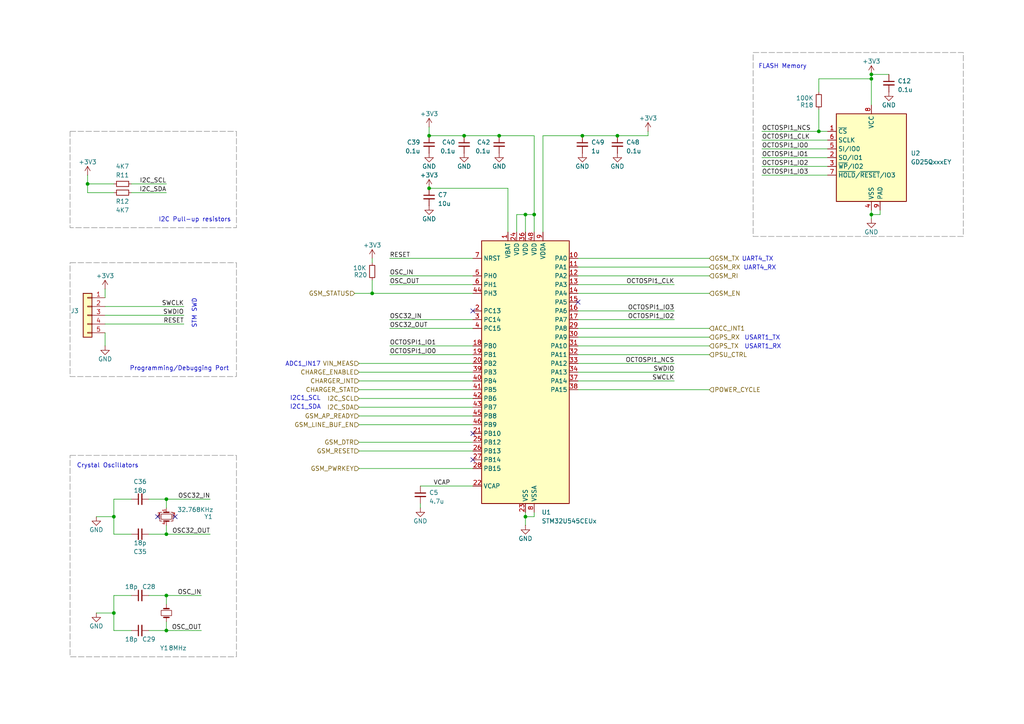
<source format=kicad_sch>
(kicad_sch (version 20250114) (generator "eeschema") (generator_version "9.0")
  (paper "A4")
  (lib_symbols
    (symbol "Connector_Generic:Conn_01x05" (pin_names (offset 1.016) (hide yes))
      (property "Reference" "J" (at 0 7.62 0))
      (property "Value" "Conn_01x05" (at 0 -7.62 0))
      (symbol "Conn_01x05_1_1"
        (rectangle (start -1.27 6.35) (end 1.27 -6.35) (stroke (width 0.254)) (fill (type background)))
        (rectangle (start -1.27 5.207) (end 0 4.953) (stroke (width 0.1524)))
        (rectangle (start -1.27 2.667) (end 0 2.413) (stroke (width 0.1524)))
        (rectangle (start -1.27 0.127) (end 0 -0.127) (stroke (width 0.1524)))
        (rectangle (start -1.27 -2.413) (end 0 -2.667) (stroke (width 0.1524)))
        (rectangle (start -1.27 -4.953) (end 0 -5.207) (stroke (width 0.1524)))
        (pin passive line (at -5.08 5.08 0) (length 3.81) (name "Pin_1") (number "1"))
        (pin passive line (at -5.08 2.54 0) (length 3.81) (name "Pin_2") (number "2"))
        (pin passive line (at -5.08 0 0) (length 3.81) (name "Pin_3") (number "3"))
        (pin passive line (at -5.08 -2.54 0) (length 3.81) (name "Pin_4") (number "4"))
        (pin passive line (at -5.08 -5.08 0) (length 3.81) (name "Pin_5") (number "5"))
      )
    )
    (symbol "Device:C_Small" (pin_numbers (hide yes)) (pin_names (offset 0.254) (hide yes))
      (property "Reference" "C" (at 0.254 1.778 0))
      (property "Value" "C_Small" (at 0.254 -2.032 0))
      (symbol "C_Small_0_1"
        (polyline (pts (xy -1.524 0.508) (xy 1.524 0.508)) (stroke (width 0.3048)))
        (polyline (pts (xy -1.524 -0.508) (xy 1.524 -0.508)) (stroke (width 0.3302)))
      )
      (symbol "C_Small_1_1"
        (pin passive line (at 0 2.54 270) (length 2.032) (name "~") (number "1"))
        (pin passive line (at 0 -2.54 90) (length 2.032) (name "~") (number "2"))
      )
    )
    (symbol "Device:Crystal_GND23_Small" (pin_names (offset 1.016) (hide yes))
      (property "Reference" "Y" (at 1.27 4.445 0))
      (property "Value" "Crystal_GND23_Small" (at 1.27 2.54 0))
      (symbol "Crystal_GND23_Small_0_1"
        (polyline (pts (xy -1.27 1.27) (xy -1.27 1.905) (xy 1.27 1.905) (xy 1.27 1.27)))
        (polyline (pts (xy -1.27 -0.762) (xy -1.27 0.762)) (stroke (width 0.381)))
        (polyline (pts (xy -1.27 -1.27) (xy -1.27 -1.905) (xy 1.27 -1.905) (xy 1.27 -1.27)))
        (rectangle (start -0.762 -1.524) (end 0.762 1.524))
        (polyline (pts (xy 1.27 -0.762) (xy 1.27 0.762)) (stroke (width 0.381)))
      )
      (symbol "Crystal_GND23_Small_1_1"
        (pin passive line (at -2.54 0 0) (length 1.27) (name "1") (number "1"))
        (pin passive line (at 0 2.54 270) (length 0.635) (name "3") (number "3"))
        (pin passive line (at 0 -2.54 90) (length 0.635) (name "2") (number "2"))
        (pin passive line (at 2.54 0 180) (length 1.27) (name "4") (number "4"))
      )
    )
    (symbol "Device:Crystal_Small" (pin_numbers (hide yes)) (pin_names (offset 1.016) (hide yes))
      (property "Reference" "Y" (at 0 2.54 0))
      (property "Value" "Crystal_Small" (at 0 -2.54 0))
      (symbol "Crystal_Small_0_1"
        (polyline (pts (xy -1.27 -0.762) (xy -1.27 0.762)) (stroke (width 0.381)))
        (rectangle (start -0.762 -1.524) (end 0.762 1.524))
        (polyline (pts (xy 1.27 -0.762) (xy 1.27 0.762)) (stroke (width 0.381)))
      )
      (symbol "Crystal_Small_1_1"
        (pin passive line (at -2.54 0 0) (length 1.27) (name "1") (number "1"))
        (pin passive line (at 2.54 0 180) (length 1.27) (name "2") (number "2"))
      )
    )
    (symbol "Device:R_Small" (pin_numbers (hide yes)) (pin_names (offset 0.254) (hide yes))
      (property "Reference" "R" (at 0 0 90))
      (property "Value" "R_Small" (at 1.778 0 90))
      (symbol "R_Small_0_1"
        (rectangle (start -0.762 1.778) (end 0.762 -1.778) (stroke (width 0.2032)))
      )
      (symbol "R_Small_1_1"
        (pin passive line (at 0 2.54 270) (length 0.762) (name "~") (number "1"))
        (pin passive line (at 0 -2.54 90) (length 0.762) (name "~") (number "2"))
      )
    )
    (symbol "MCU_ST_STM32U5:STM32U545CEUx"
      (property "Reference" "U" (at -12.7 39.37 0))
      (property "Value" "STM32U545CEUx" (at 7.62 39.37 0))
      (symbol "STM32U545CEUx_0_1"
        (rectangle (start -12.7 -38.1) (end 12.7 38.1) (stroke (width 0.254)) (fill (type background)))
      )
      (symbol "STM32U545CEUx_1_1"
        (pin input line (at -15.24 33.02 0) (length 2.54) (name "NRST") (number "7"))
        (pin bidirectional line (at -15.24 27.94 0) (length 2.54) (name "PH0") (number "5"))
        (pin bidirectional line (at -15.24 25.4 0) (length 2.54) (name "PH1") (number "6"))
        (pin bidirectional line (at -15.24 22.86 0) (length 2.54) (name "PH3") (number "44"))
        (pin bidirectional line (at -15.24 17.78 0) (length 2.54) (name "PC13") (number "2"))
        (pin bidirectional line (at -15.24 15.24 0) (length 2.54) (name "PC14") (number "3"))
        (pin bidirectional line (at -15.24 12.7 0) (length 2.54) (name "PC15") (number "4"))
        (pin bidirectional line (at -15.24 7.62 0) (length 2.54) (name "PB0") (number "18"))
        (pin bidirectional line (at -15.24 5.08 0) (length 2.54) (name "PB1") (number "19"))
        (pin bidirectional line (at -15.24 2.54 0) (length 2.54) (name "PB2") (number "20"))
        (pin bidirectional line (at -15.24 0 0) (length 2.54) (name "PB3") (number "39"))
        (pin bidirectional line (at -15.24 -2.54 0) (length 2.54) (name "PB4") (number "40"))
        (pin bidirectional line (at -15.24 -5.08 0) (length 2.54) (name "PB5") (number "41"))
        (pin bidirectional line (at -15.24 -7.62 0) (length 2.54) (name "PB6") (number "42"))
        (pin bidirectional line (at -15.24 -10.16 0) (length 2.54) (name "PB7") (number "43"))
        (pin bidirectional line (at -15.24 -12.7 0) (length 2.54) (name "PB8") (number "45"))
        (pin bidirectional line (at -15.24 -15.24 0) (length 2.54) (name "PB9") (number "46"))
        (pin bidirectional line (at -15.24 -17.78 0) (length 2.54) (name "PB10") (number "21"))
        (pin bidirectional line (at -15.24 -20.32 0) (length 2.54) (name "PB12") (number "25"))
        (pin bidirectional line (at -15.24 -22.86 0) (length 2.54) (name "PB13") (number "26"))
        (pin bidirectional line (at -15.24 -25.4 0) (length 2.54) (name "PB14") (number "27"))
        (pin bidirectional line (at -15.24 -27.94 0) (length 2.54) (name "PB15") (number "28"))
        (pin power_out line (at -15.24 -33.02 0) (length 2.54) (name "VCAP") (number "22"))
        (pin power_in line (at -5.08 40.64 270) (length 2.54) (name "VBAT") (number "1"))
        (pin power_in line (at -2.54 40.64 270) (length 2.54) (name "VDD") (number "24"))
        (pin power_in line (at 0 40.64 270) (length 2.54) (name "VDD") (number "36"))
        (pin power_in line (at 0 -40.64 90) (length 2.54) (name "VSS") (number "23"))
        (pin passive line (at 0 -40.64 90) (length 2.54) (hide yes) (name "VSS") (number "35"))
        (pin passive line (at 0 -40.64 90) (length 2.54) (hide yes) (name "VSS") (number "47"))
        (pin passive line (at 0 -40.64 90) (length 2.54) (hide yes) (name "VSS") (number "49"))
        (pin power_in line (at 2.54 40.64 270) (length 2.54) (name "VDD") (number "48"))
        (pin power_in line (at 2.54 -40.64 90) (length 2.54) (name "VSSA") (number "8"))
        (pin power_in line (at 5.08 40.64 270) (length 2.54) (name "VDDA") (number "9"))
        (pin bidirectional line (at 15.24 33.02 180) (length 2.54) (name "PA0") (number "10"))
        (pin bidirectional line (at 15.24 30.48 180) (length 2.54) (name "PA1") (number "11"))
        (pin bidirectional line (at 15.24 27.94 180) (length 2.54) (name "PA2") (number "12"))
        (pin bidirectional line (at 15.24 25.4 180) (length 2.54) (name "PA3") (number "13"))
        (pin bidirectional line (at 15.24 22.86 180) (length 2.54) (name "PA4") (number "14"))
        (pin bidirectional line (at 15.24 20.32 180) (length 2.54) (name "PA5") (number "15"))
        (pin bidirectional line (at 15.24 17.78 180) (length 2.54) (name "PA6") (number "16"))
        (pin bidirectional line (at 15.24 15.24 180) (length 2.54) (name "PA7") (number "17"))
        (pin bidirectional line (at 15.24 12.7 180) (length 2.54) (name "PA8") (number "29"))
        (pin bidirectional line (at 15.24 10.16 180) (length 2.54) (name "PA9") (number "30"))
        (pin bidirectional line (at 15.24 7.62 180) (length 2.54) (name "PA10") (number "31"))
        (pin bidirectional line (at 15.24 5.08 180) (length 2.54) (name "PA11") (number "32"))
        (pin bidirectional line (at 15.24 2.54 180) (length 2.54) (name "PA12") (number "33"))
        (pin bidirectional line (at 15.24 0 180) (length 2.54) (name "PA13") (number "34"))
        (pin bidirectional line (at 15.24 -2.54 180) (length 2.54) (name "PA14") (number "37"))
        (pin bidirectional line (at 15.24 -5.08 180) (length 2.54) (name "PA15") (number "38"))
      )
    )
    (symbol "Memory_Flash:GD25QxxxEY"
      (property "Reference" "U" (at -9.398 13.97 0))
      (property "Value" "GD25QxxxEY" (at 7.112 13.97 0))
      (symbol "GD25QxxxEY_0_1"
        (rectangle (start -10.16 12.7) (end 10.16 -12.7) (stroke (width 0.254)) (fill (type background)))
      )
      (symbol "GD25QxxxEY_1_1"
        (pin input line (at -12.7 7.62 0) (length 2.54) (name "~{CS}") (number "1"))
        (pin input line (at -12.7 5.08 0) (length 2.54) (name "SCLK") (number "6"))
        (pin bidirectional line (at -12.7 2.54 0) (length 2.54) (name "SI/IO0") (number "5"))
        (pin bidirectional line (at -12.7 0 0) (length 2.54) (name "SO/IO1") (number "2"))
        (pin bidirectional line (at -12.7 -2.54 0) (length 2.54) (name "~{WP}/IO2") (number "3"))
        (pin bidirectional line (at -12.7 -5.08 0) (length 2.54) (name "~{HOLD}/~{RESET}/IO3") (number "7"))
        (pin power_in line (at 0 15.24 270) (length 2.54) (name "VCC") (number "8"))
        (pin power_in line (at 0 -15.24 90) (length 2.54) (name "VSS") (number "4"))
        (pin passive line (at 2.54 -15.24 90) (length 2.54) (name "PAD") (number "9"))
      )
    )
    (symbol "power:+3.3V" (power) (pin_numbers (hide yes)) (pin_names (offset 0) (hide yes))
      (property "Value" "+3.3V" (at 0 3.556 0))
      (symbol "+3.3V_0_1"
        (polyline (pts (xy -0.762 1.27) (xy 0 2.54)))
        (polyline (pts (xy 0 2.54) (xy 0.762 1.27)))
        (polyline (pts (xy 0 0) (xy 0 2.54)))
      )
      (symbol "+3.3V_1_1"
        (pin power_in line (at 0 0 90) (length 0) (name "~") (number "1"))
      )
    )
    (symbol "power:GND" (power) (pin_numbers (hide yes)) (pin_names (offset 0) (hide yes))
      (property "Value" "GND" (at 0 -3.81 0))
      (symbol "GND_0_1"
        (polyline (pts (xy 0 0) (xy 0 -1.27) (xy 1.27 -1.27) (xy 0 -2.54) (xy -1.27 -1.27) (xy 0 -1.27)))
      )
      (symbol "GND_1_1"
        (pin power_in line (at 0 0 270) (length 0) (name "~") (number "1"))
      )
    )
  )
  (rectangle (start 218.44 15.24) (end 279.4 68.58) (stroke (width 0) (type dash) (color 132 132 132 1)))
  (rectangle (start 20.32 132.08) (end 68.58 190.5) (stroke (width 0) (type dash) (color 132 132 132 1)))
  (rectangle (start 20.32 38.1) (end 68.58 66.04) (stroke (width 0) (type dash) (color 132 132 132 1)))
  (rectangle (start 20.32 76.2) (end 68.58 109.22) (stroke (width 0) (type dash) (color 132 132 132 1)))
  (text "USART1_RX" (at 215.9 101.346 0) (effects (font (size 1.27 1.27)) (justify left bottom)))
  (text "UART4_TX" (at 215.138 75.946 0) (effects (font (size 1.27 1.27)) (justify left bottom)))
  (text "STM SWD" (at 57.15 95.25 90) (effects (font (size 1.27 1.27)) (justify left bottom)))
  (text "I2C1_SCL" (at 84.074 116.332 0) (effects (font (size 1.27 1.27)) (justify left bottom)))
  (text "I2C1_SDA" (at 84.074 118.872 0) (effects (font (size 1.27 1.27)) (justify left bottom)))
  (text "Crystal Oscillators" (at 31.242 135.128 0) (effects (font (size 1.27 1.27))))
  (text "UART4_RX" (at 215.646 78.486 0) (effects (font (size 1.27 1.27)) (justify left bottom)))
  (text "USART1_TX" (at 215.9 98.806 0) (effects (font (size 1.27 1.27)) (justify left bottom)))
  (text "Programming/Debugging Port" (at 37.592 107.696 0) (effects (font (size 1.27 1.27)) (justify left bottom)))
  (text "FLASH Memory" (at 219.964 20.066 0) (effects (font (size 1.27 1.27)) (justify left bottom)))
  (text "ADC1_IN17" (at 87.884 105.664 0) (effects (font (size 1.27 1.27))))
  (text "I2C Pull-up resistors" (at 45.974 64.516 0) (effects (font (size 1.27 1.27)) (justify left bottom)))
  (junction (at 252.73 21.59))
  (junction (at 48.26 172.72) (diameter 0.9144))
  (junction (at 124.46 39.37))
  (junction (at 48.26 182.88) (diameter 0.9144))
  (junction (at 252.73 22.86))
  (junction (at 252.73 62.23))
  (junction (at 152.4 149.86))
  (junction (at 25.4 53.34) (diameter 0.9144))
  (junction (at 33.02 149.86))
  (junction (at 152.4 62.23))
  (junction (at 179.07 39.37))
  (junction (at 154.94 62.23))
  (junction (at 144.78 39.37))
  (junction (at 48.26 154.94) (diameter 0.9144))
  (junction (at 168.91 39.37))
  (junction (at 33.02 177.8))
  (junction (at 124.46 54.61))
  (junction (at 237.49 38.1))
  (junction (at 107.95 85.09))
  (junction (at 134.62 39.37))
  (junction (at 48.26 144.78) (diameter 0.9144))
  (no_connect (at 137.16 125.73))
  (no_connect (at 50.8 149.86))
  (no_connect (at 137.16 90.17))
  (no_connect (at 137.16 133.35))
  (no_connect (at 167.64 87.63))
  (no_connect (at 45.72 149.86))
  (wire (pts (xy 220.98 48.26) (xy 240.03 48.26)))
  (wire (pts (xy 154.94 39.37) (xy 144.78 39.37)))
  (wire (pts (xy 167.64 113.03) (xy 205.74 113.03)))
  (wire (pts (xy 152.4 149.86) (xy 154.94 149.86)))
  (wire (pts (xy 48.26 144.78) (xy 48.26 147.32)))
  (wire (pts (xy 104.14 120.65) (xy 137.16 120.65)))
  (wire (pts (xy 157.48 39.37) (xy 168.91 39.37)))
  (wire (pts (xy 121.92 140.97) (xy 137.16 140.97)))
  (wire (pts (xy 43.18 182.88) (xy 48.26 182.88)))
  (wire (pts (xy 104.14 110.49) (xy 137.16 110.49)))
  (wire (pts (xy 152.4 62.23) (xy 154.94 62.23)))
  (wire (pts (xy 124.46 36.83) (xy 124.46 39.37)))
  (wire (pts (xy 167.64 77.47) (xy 205.74 77.47)))
  (wire (pts (xy 220.98 43.18) (xy 240.03 43.18)))
  (wire (pts (xy 113.03 82.55) (xy 137.16 82.55)))
  (wire (pts (xy 33.02 154.94) (xy 38.1 154.94)))
  (wire (pts (xy 152.4 149.86) (xy 152.4 152.4)))
  (wire (pts (xy 27.94 177.8) (xy 33.02 177.8)))
  (wire (pts (xy 167.64 105.41) (xy 195.58 105.41)))
  (wire (pts (xy 167.64 95.25) (xy 205.74 95.25)))
  (wire (pts (xy 167.64 100.33) (xy 205.74 100.33)))
  (wire (pts (xy 137.16 128.27) (xy 104.14 128.27)))
  (wire (pts (xy 124.46 39.37) (xy 134.62 39.37)))
  (wire (pts (xy 38.1 172.72) (xy 33.02 172.72)))
  (wire (pts (xy 121.92 147.32) (xy 121.92 146.05)))
  (wire (pts (xy 220.98 38.1) (xy 237.49 38.1)))
  (wire (pts (xy 38.1 182.88) (xy 33.02 182.88)))
  (wire (pts (xy 149.86 62.23) (xy 152.4 62.23)))
  (wire (pts (xy 137.16 123.19) (xy 104.14 123.19)))
  (wire (pts (xy 25.4 53.34) (xy 25.4 50.8)))
  (wire (pts (xy 33.02 53.34) (xy 25.4 53.34)))
  (wire (pts (xy 154.94 148.59) (xy 154.94 149.86)))
  (wire (pts (xy 33.02 149.86) (xy 33.02 144.78)))
  (wire (pts (xy 33.02 144.78) (xy 38.1 144.78)))
  (wire (pts (xy 237.49 31.75) (xy 237.49 38.1)))
  (wire (pts (xy 152.4 62.23) (xy 152.4 67.31)))
  (wire (pts (xy 167.64 97.79) (xy 205.74 97.79)))
  (wire (pts (xy 30.48 83.82) (xy 30.48 86.36)))
  (wire (pts (xy 48.26 144.78) (xy 60.96 144.78)))
  (wire (pts (xy 48.26 144.78) (xy 43.18 144.78)))
  (wire (pts (xy 33.02 177.8) (xy 33.02 182.88)))
  (wire (pts (xy 25.4 55.88) (xy 25.4 53.34)))
  (wire (pts (xy 33.02 55.88) (xy 25.4 55.88)))
  (wire (pts (xy 107.95 81.28) (xy 107.95 85.09)))
  (wire (pts (xy 167.64 102.87) (xy 205.74 102.87)))
  (wire (pts (xy 167.64 107.95) (xy 195.58 107.95)))
  (wire (pts (xy 252.73 22.86) (xy 252.73 30.48)))
  (wire (pts (xy 113.03 74.93) (xy 137.16 74.93)))
  (wire (pts (xy 38.1 55.88) (xy 48.26 55.88)))
  (wire (pts (xy 167.64 90.17) (xy 195.58 90.17)))
  (wire (pts (xy 33.02 172.72) (xy 33.02 177.8)))
  (wire (pts (xy 220.98 40.64) (xy 240.03 40.64)))
  (wire (pts (xy 237.49 26.67) (xy 237.49 22.86)))
  (wire (pts (xy 113.03 80.01) (xy 137.16 80.01)))
  (wire (pts (xy 154.94 62.23) (xy 154.94 39.37)))
  (wire (pts (xy 134.62 39.37) (xy 144.78 39.37)))
  (wire (pts (xy 124.46 54.61) (xy 147.32 54.61)))
  (wire (pts (xy 154.94 62.23) (xy 154.94 67.31)))
  (wire (pts (xy 252.73 60.96) (xy 252.73 62.23)))
  (wire (pts (xy 167.64 82.55) (xy 195.58 82.55)))
  (wire (pts (xy 38.1 53.34) (xy 48.26 53.34)))
  (wire (pts (xy 147.32 54.61) (xy 147.32 67.31)))
  (wire (pts (xy 113.03 102.87) (xy 137.16 102.87)))
  (wire (pts (xy 167.64 85.09) (xy 205.74 85.09)))
  (wire (pts (xy 255.27 60.96) (xy 255.27 62.23)))
  (wire (pts (xy 152.4 148.59) (xy 152.4 149.86)))
  (wire (pts (xy 252.73 21.59) (xy 252.73 22.86)))
  (wire (pts (xy 107.95 74.93) (xy 107.95 76.2)))
  (wire (pts (xy 48.26 152.4) (xy 48.26 154.94)))
  (wire (pts (xy 27.94 149.86) (xy 33.02 149.86)))
  (wire (pts (xy 167.64 110.49) (xy 195.58 110.49)))
  (wire (pts (xy 167.64 80.01) (xy 205.74 80.01)))
  (wire (pts (xy 30.48 88.9) (xy 53.34 88.9)))
  (wire (pts (xy 104.14 130.81) (xy 137.16 130.81)))
  (wire (pts (xy 255.27 62.23) (xy 252.73 62.23)))
  (wire (pts (xy 113.03 95.25) (xy 137.16 95.25)))
  (wire (pts (xy 102.87 85.09) (xy 107.95 85.09)))
  (wire (pts (xy 48.26 172.72) (xy 58.42 172.72)))
  (wire (pts (xy 104.14 107.95) (xy 137.16 107.95)))
  (wire (pts (xy 30.48 91.44) (xy 53.34 91.44)))
  (wire (pts (xy 168.91 39.37) (xy 179.07 39.37)))
  (wire (pts (xy 33.02 154.94) (xy 33.02 149.86)))
  (wire (pts (xy 48.26 172.72) (xy 48.26 175.26)))
  (wire (pts (xy 30.48 93.98) (xy 53.34 93.98)))
  (wire (pts (xy 237.49 22.86) (xy 252.73 22.86)))
  (wire (pts (xy 187.96 38.1) (xy 187.96 39.37)))
  (wire (pts (xy 104.14 113.03) (xy 137.16 113.03)))
  (wire (pts (xy 167.64 92.71) (xy 195.58 92.71)))
  (wire (pts (xy 157.48 39.37) (xy 157.48 67.31)))
  (wire (pts (xy 237.49 38.1) (xy 240.03 38.1)))
  (wire (pts (xy 220.98 50.8) (xy 240.03 50.8)))
  (wire (pts (xy 43.18 172.72) (xy 48.26 172.72)))
  (wire (pts (xy 104.14 105.41) (xy 137.16 105.41)))
  (wire (pts (xy 167.64 74.93) (xy 205.74 74.93)))
  (wire (pts (xy 48.26 182.88) (xy 58.42 182.88)))
  (wire (pts (xy 107.95 85.09) (xy 137.16 85.09)))
  (wire (pts (xy 104.14 118.11) (xy 137.16 118.11)))
  (wire (pts (xy 30.48 96.52) (xy 30.48 100.33)))
  (wire (pts (xy 113.03 100.33) (xy 137.16 100.33)))
  (wire (pts (xy 220.98 45.72) (xy 240.03 45.72)))
  (wire (pts (xy 149.86 62.23) (xy 149.86 67.31)))
  (wire (pts (xy 60.96 154.94) (xy 48.26 154.94)))
  (wire (pts (xy 48.26 154.94) (xy 43.18 154.94)))
  (wire (pts (xy 48.26 182.88) (xy 48.26 180.34)))
  (wire (pts (xy 104.14 115.57) (xy 137.16 115.57)))
  (wire (pts (xy 113.03 92.71) (xy 137.16 92.71)))
  (wire (pts (xy 252.73 62.23) (xy 252.73 63.5)))
  (wire (pts (xy 257.81 21.59) (xy 252.73 21.59)))
  (wire (pts (xy 104.14 135.89) (xy 137.16 135.89)))
  (wire (pts (xy 187.96 39.37) (xy 179.07 39.37)))
  (label "VCAP" (at 125.73 140.97 0))
  (label "OSC32_IN" (at 60.96 144.78 180))
  (label "OCTOSPI1_IO3" (at 220.98 50.8 0))
  (label "SWCLK" (at 195.58 110.49 180))
  (label "SWDIO" (at 195.58 107.95 180))
  (label "OSC_OUT" (at 113.03 82.55 0))
  (label "OCTOSPI1_IO0" (at 113.03 102.87 0))
  (label "RESET" (at 113.03 74.93 0))
  (label "I2C_SCL" (at 48.26 53.34 180))
  (label "SWDIO" (at 53.34 91.44 180))
  (label "OCTOSPI1_NCS" (at 195.58 105.41 180))
  (label "OSC32_OUT" (at 113.03 95.25 0))
  (label "I2C_SDA" (at 48.26 55.88 180))
  (label "RESET" (at 53.34 93.98 180))
  (label "OSC32_IN" (at 113.03 92.71 0))
  (label "OCTOSPI1_IO1" (at 220.98 45.72 0))
  (label "OSC_IN" (at 58.42 172.72 180))
  (label "OSC_OUT" (at 58.42 182.88 180))
  (label "OCTOSPI1_IO3" (at 195.58 90.17 180))
  (label "OCTOSPI1_IO2" (at 195.58 92.71 180))
  (label "OCTOSPI1_CLK" (at 195.58 82.55 180))
  (label "OSC32_OUT" (at 60.96 154.94 180))
  (label "OCTOSPI1_NCS" (at 220.98 38.1 0))
  (label "OCTOSPI1_IO1" (at 113.03 100.33 0))
  (label "SWCLK" (at 53.34 88.9 180))
  (label "OCTOSPI1_IO2" (at 220.98 48.26 0))
  (label "OSC_IN" (at 113.03 80.01 0))
  (label "OCTOSPI1_CLK" (at 220.98 40.64 0))
  (label "OCTOSPI1_IO0" (at 220.98 43.18 0))
  (hierarchical_label "ACC_INT1" (shape input) (at 205.74 95.25 0))
  (hierarchical_label "GSM_TX" (shape input) (at 205.74 74.93 0))
  (hierarchical_label "GSM_STATUS" (shape input) (at 102.87 85.09 180))
  (hierarchical_label "PSU_CTRL" (shape input) (at 205.74 102.87 0))
  (hierarchical_label "GSM_LINE_BUF_EN" (shape input) (at 104.14 123.19 180))
  (hierarchical_label "GSM_EN" (shape input) (at 205.74 85.09 0))
  (hierarchical_label "GSM_RI" (shape input) (at 205.74 80.01 0))
  (hierarchical_label "GSM_RESET" (shape input) (at 104.14 130.81 180))
  (hierarchical_label "CHARGER_STAT" (shape input) (at 104.14 113.03 180))
  (hierarchical_label "CHARGER_INT" (shape input) (at 104.14 110.49 180))
  (hierarchical_label "POWER_CYCLE" (shape input) (at 205.74 113.03 0))
  (hierarchical_label "GSM_DTR" (shape input) (at 104.14 128.27 180))
  (hierarchical_label "I2C_SDA" (shape input) (at 104.14 118.11 180))
  (hierarchical_label "GSM_AP_READY" (shape input) (at 104.14 120.65 180))
  (hierarchical_label "CHARGE_ENABLE" (shape input) (at 104.14 107.95 180))
  (hierarchical_label "VIN_MEAS" (shape input) (at 104.14 105.41 180))
  (hierarchical_label "GPS_TX" (shape input) (at 205.74 100.33 0))
  (hierarchical_label "I2C_SCL" (shape input) (at 104.14 115.57 180))
  (hierarchical_label "GPS_RX" (shape input) (at 205.74 97.79 0))
  (hierarchical_label "GSM_RX" (shape input) (at 205.74 77.47 0))
  (hierarchical_label "GSM_PWRKEY" (shape input) (at 104.14 135.89 180))
  (symbol (lib_id "power:GND") (at 168.91 44.45 0) (mirror y) (unit 1)
    (property "Reference" "#PWR026" (effects (hide yes)))
    (property "Value" "GND" (at 168.91 48.26 0))
    (property "Description" "Power symbol creates a global label with name \"GND\" , ground" (effects (hide yes)))
    (instances (project "BK4000TG_V3" (path "" (reference "#PWR029") (unit 1))) (project "BK4000TG_V3" (path "" (reference "#PWR026") (unit 1))))
  )
  (symbol (lib_id "power:GND") (at 152.4 152.4 0) (mirror y) (unit 1)
    (property "Reference" "#PWR025" (effects (hide yes)))
    (property "Value" "GND" (at 152.4 156.21 0))
    (property "Description" "Power symbol creates a global label with name \"GND\" , ground" (effects (hide yes)))
    (instances (project "BK4000TG_V3" (path "" (reference "#PWR073") (unit 1))) (project "BK4000TG_V3" (path "" (reference "#PWR025") (unit 1))))
  )
  (symbol (lib_id "Device:Crystal_Small") (at 48.26 177.8 270) (mirror x) (unit 1)
    (property "Reference" "Y2" (at 46.3551 187.96 90) (effects (justify left)))
    (property "Value" "8MHz" (at 48.8951 187.96 90) (effects (justify left)))
    (property "Footprint" "Crystal:Crystal_SMD_0603-4Pin_6.0x3.5mm" (effects (hide yes)))
    (property "Description" "Two pin crystal, small symbol" (effects (hide yes)))
    (property "Part No" "MCSJK-6G-8.00-16-10-80-B-20" (effects (hide yes)))
    (instances (project "BK4000TG_V3" (path "" (reference "Y1") (unit 1))) (project "BK4000TG_V3" (path "" (reference "Y2") (unit 1))))
  )
  (symbol (lib_id "power:GND") (at 124.46 59.69 0) (mirror y) (unit 1)
    (property "Reference" "#PWR022" (effects (hide yes)))
    (property "Value" "GND" (at 124.46 63.5 0))
    (property "Description" "Power symbol creates a global label with name \"GND\" , ground" (effects (hide yes)))
  )
  (symbol (lib_id "Device:R_Small") (at 237.49 29.21 0) (unit 1)
    (property "Reference" "R18" (at 235.966 30.48 0) (effects (justify right)))
    (property "Value" "100K" (at 235.966 28.448 0) (effects (justify right)))
    (property "Footprint" "Resistor_SMD:R_0402_1005Metric" (effects (hide yes)))
    (property "Description" "Resistor, small symbol" (effects (hide yes)))
  )
  (symbol (lib_id "power:+3.3V") (at 30.48 83.82 0) (mirror y) (unit 1)
    (property "Reference" "#PWR015" (effects (hide yes)))
    (property "Value" "+3V3" (at 30.48 80.01 0))
    (property "Description" "Power symbol creates a global label with name \"+3.3V\"" (effects (hide yes)))
    (instances (project "BK4000TG_V3" (path "" (reference "#PWR0102") (unit 1))) (project "BK4000TG_V3" (path "" (reference "#PWR015") (unit 1))))
  )
  (symbol (lib_id "Device:C_Small") (at 134.62 41.91 0) (mirror y) (unit 1)
    (property "Reference" "C8" (at 132.08 41.2749 0) (effects (justify left)))
    (property "Value" "0.1u" (at 132.08 43.8149 0) (effects (justify left)))
    (property "Footprint" "Capacitor_SMD:C_0603_1608Metric" (effects (hide yes)))
    (property "Description" "Unpolarized capacitor, small symbol" (effects (hide yes)))
    (instances (project "BK4000TG_V3" (path "" (reference "C40") (unit 1))) (project "BK4000TG_V3" (path "" (reference "C8") (unit 1))))
  )
  (symbol (lib_id "Device:C_Small") (at 257.81 24.13 0) (unit 1)
    (property "Reference" "C12" (at 260.35 23.4949 0) (effects (justify left)))
    (property "Value" "0.1u" (at 260.35 26.0349 0) (effects (justify left)))
    (property "Footprint" "Capacitor_SMD:C_0603_1608Metric" (effects (hide yes)))
    (property "Description" "Unpolarized capacitor, small symbol" (effects (hide yes)))
  )
  (symbol (lib_id "power:GND") (at 121.92 147.32 0) (mirror y) (unit 1)
    (property "Reference" "#PWR018" (effects (hide yes)))
    (property "Value" "GND" (at 121.92 151.13 0))
    (property "Description" "Power symbol creates a global label with name \"GND\" , ground" (effects (hide yes)))
  )
  (symbol (lib_id "power:+3.3V") (at 124.46 54.61 0) (mirror y) (unit 1)
    (property "Reference" "#PWR021" (effects (hide yes)))
    (property "Value" "+3V3" (at 124.46 50.8 0))
    (property "Description" "Power symbol creates a global label with name \"+3.3V\"" (effects (hide yes)))
  )
  (symbol (lib_id "power:GND") (at 257.81 26.67 0) (mirror y) (unit 1)
    (property "Reference" "#PWR031" (effects (hide yes)))
    (property "Value" "GND" (at 257.81 30.48 0))
    (property "Description" "Power symbol creates a global label with name \"GND\" , ground" (effects (hide yes)))
  )
  (symbol (lib_id "Device:C_Small") (at 40.64 144.78 90) (mirror x) (unit 1)
    (property "Reference" "C1" (at 40.64 139.7 90))
    (property "Value" "18p" (at 40.64 142.24 90))
    (property "Footprint" "Capacitor_SMD:C_0402_1005Metric" (effects (hide yes)))
    (property "Description" "Unpolarized capacitor, small symbol" (effects (hide yes)))
    (instances (project "BK4000TG_V3" (path "" (reference "C36") (unit 1))) (project "BK4000TG_V3" (path "" (reference "C1") (unit 1))))
  )
  (symbol (lib_id "power:+3.3V") (at 187.96 38.1 0) (mirror y) (unit 1)
    (property "Reference" "#PWR028" (effects (hide yes)))
    (property "Value" "+3V3" (at 187.96 34.29 0))
    (property "Description" "Power symbol creates a global label with name \"+3.3V\"" (effects (hide yes)))
    (instances (project "BK4000TG_V3" (path "" (reference "#PWR070") (unit 1))) (project "BK4000TG_V3" (path "" (reference "#PWR028") (unit 1))))
  )
  (symbol (lib_id "Connector_Generic:Conn_01x05") (at 25.4 91.44 0) (mirror y) (unit 1)
    (property "Reference" "J3" (at 22.86 90.1699 0) (effects (justify left)))
    (property "Value" "Conn_01x05" (effects (hide yes)))
    (property "Footprint" "Connector_JST:JST_PH_B5B-PH-SM4-TB_1x05-1MP_P2.00mm_Vertical" (effects (hide yes)))
    (property "Description" "Generic connector, single row, 01x05, script generated (kicad-library-utils/schlib/autogen/connector/)" (effects (hide yes)))
  )
  (symbol (lib_id "power:+3.3V") (at 124.46 36.83 0) (mirror y) (unit 1)
    (property "Reference" "#PWR019" (effects (hide yes)))
    (property "Value" "+3V3" (at 124.46 33.02 0))
    (property "Description" "Power symbol creates a global label with name \"+3.3V\"" (effects (hide yes)))
    (instances (project "BK4000TG_V3" (path "" (reference "#PWR069") (unit 1))) (project "BK4000TG_V3" (path "" (reference "#PWR019") (unit 1))))
  )
  (symbol (lib_id "power:GND") (at 134.62 44.45 0) (mirror y) (unit 1)
    (property "Reference" "#PWR023" (effects (hide yes)))
    (property "Value" "GND" (at 134.62 48.26 0))
    (property "Description" "Power symbol creates a global label with name \"GND\" , ground" (effects (hide yes)))
    (instances (project "BK4000TG_V3" (path "" (reference "#PWR08") (unit 1))) (project "BK4000TG_V3" (path "" (reference "#PWR023") (unit 1))))
  )
  (symbol (lib_id "Device:C_Small") (at 121.92 143.51 0) (unit 1)
    (property "Reference" "C5" (at 124.46 142.8749 0) (effects (justify left)))
    (property "Value" "4.7u" (at 124.46 145.4149 0) (effects (justify left)))
    (property "Footprint" "Capacitor_SMD:C_0603_1608Metric" (effects (hide yes)))
    (property "Description" "Unpolarized capacitor, small symbol" (effects (hide yes)))
  )
  (symbol (lib_id "power:GND") (at 27.94 177.8 0) (unit 1)
    (property "Reference" "#PWR014" (effects (hide yes)))
    (property "Value" "GND" (at 27.94 181.61 0))
    (property "Description" "Power symbol creates a global label with name \"GND\" , ground" (effects (hide yes)))
    (instances (project "BK4000TG_V3" (path "" (reference "#PWR072") (unit 1))) (project "BK4000TG_V3" (path "" (reference "#PWR014") (unit 1))))
  )
  (symbol (lib_id "Device:C_Small") (at 40.64 172.72 90) (unit 1)
    (property "Reference" "C3" (at 43.18 170.18 90))
    (property "Value" "18p" (at 38.1 170.18 90))
    (property "Footprint" "Capacitor_SMD:C_0402_1005Metric" (effects (hide yes)))
    (property "Description" "Unpolarized capacitor, small symbol" (effects (hide yes)))
    (instances (project "BK4000TG_V3" (path "" (reference "C28") (unit 1))) (project "BK4000TG_V3" (path "" (reference "C3") (unit 1))))
  )
  (symbol (lib_id "power:GND") (at 252.73 63.5 0) (mirror y) (unit 1)
    (property "Reference" "#PWR030" (effects (hide yes)))
    (property "Value" "GND" (at 252.73 67.31 0))
    (property "Description" "Power symbol creates a global label with name \"GND\" , ground" (effects (hide yes)))
  )
  (symbol (lib_id "Device:C_Small") (at 124.46 41.91 0) (mirror y) (unit 1)
    (property "Reference" "C6" (at 121.92 41.2749 0) (effects (justify left)))
    (property "Value" "0.1u" (at 121.92 43.8149 0) (effects (justify left)))
    (property "Footprint" "Capacitor_SMD:C_0603_1608Metric" (effects (hide yes)))
    (property "Description" "Unpolarized capacitor, small symbol" (effects (hide yes)))
    (instances (project "BK4000TG_V3" (path "" (reference "C39") (unit 1))) (project "BK4000TG_V3" (path "" (reference "C6") (unit 1))))
  )
  (symbol (lib_id "power:GND") (at 124.46 44.45 0) (mirror y) (unit 1)
    (property "Reference" "#PWR020" (effects (hide yes)))
    (property "Value" "GND" (at 124.46 48.26 0))
    (property "Description" "Power symbol creates a global label with name \"GND\" , ground" (effects (hide yes)))
    (instances (project "BK4000TG_V3" (path "" (reference "#PWR07") (unit 1))) (project "BK4000TG_V3" (path "" (reference "#PWR020") (unit 1))))
  )
  (symbol (lib_id "Device:R_Small") (at 35.56 53.34 270) (unit 1)
    (property "Reference" "R5" (at 37.4649 50.8 90) (effects (justify right)))
    (property "Value" "4K7" (at 37.4649 48.26 90) (effects (justify right)))
    (property "Footprint" "Resistor_SMD:R_0402_1005Metric" (effects (hide yes)))
    (property "Description" "Resistor, small symbol" (effects (hide yes)))
    (instances (project "BK4000TG_V3" (path "" (reference "R11") (unit 1))) (project "BK4000TG_V3" (path "" (reference "R5") (unit 1))))
  )
  (symbol (lib_id "power:GND") (at 30.48 100.33 0) (mirror y) (unit 1)
    (property "Reference" "#PWR016" (effects (hide yes)))
    (property "Value" "GND" (at 30.48 104.14 0))
    (property "Description" "Power symbol creates a global label with name \"GND\" , ground" (effects (hide yes)))
    (instances (project "BK4000TG_V3" (path "" (reference "#PWR0101") (unit 1))) (project "BK4000TG_V3" (path "" (reference "#PWR016") (unit 1))))
  )
  (symbol (lib_id "Device:C_Small") (at 179.07 41.91 0) (unit 1)
    (property "Reference" "C11" (at 181.61 41.2749 0) (effects (justify left)))
    (property "Value" "0.1u" (at 181.61 43.8149 0) (effects (justify left)))
    (property "Footprint" "Capacitor_SMD:C_0603_1608Metric" (effects (hide yes)))
    (property "Description" "Unpolarized capacitor, small symbol" (effects (hide yes)))
    (instances (project "BK4000TG_V3" (path "" (reference "C48") (unit 1))) (project "BK4000TG_V3" (path "" (reference "C11") (unit 1))))
  )
  (symbol (lib_id "Device:C_Small") (at 40.64 182.88 90) (unit 1)
    (property "Reference" "C4" (at 43.18 185.42 90))
    (property "Value" "18p" (at 38.1 185.42 90))
    (property "Footprint" "Capacitor_SMD:C_0402_1005Metric" (effects (hide yes)))
    (property "Description" "Unpolarized capacitor, small symbol" (effects (hide yes)))
    (instances (project "BK4000TG_V3" (path "" (reference "C29") (unit 1))) (project "BK4000TG_V3" (path "" (reference "C4") (unit 1))))
  )
  (symbol (lib_id "Memory_Flash:GD25QxxxEY") (at 252.73 45.72 0) (unit 1)
    (property "Reference" "U2" (at 264.16 44.4499 0) (effects (justify left)))
    (property "Value" "GD25QxxxEY" (at 264.16 46.9899 0) (effects (justify left)))
    (property "Footprint" "Package_SON:WSON-8-1EP_8x6mm_P1.27mm_EP3.4x4.3mm" (effects (hide yes)))
    (property "Datasheet" "https://www.lcsc.com/datasheet/lcsc_datasheet_2201241400_GigaDevice-Semicon-Beijing-GD25Q256EYIGR_C2927043.pdf" (effects (hide yes)))
    (property "Description" "3.0V, Standard/Dual/Quad Serial Flash, WSON-8" (effects (hide yes)))
  )
  (symbol (lib_id "power:+3.3V") (at 25.4 50.8 0) (unit 1)
    (property "Reference" "#PWR017" (effects (hide yes)))
    (property "Value" "+3V3" (at 25.4 46.99 0))
    (property "Description" "Power symbol creates a global label with name \"+3.3V\"" (effects (hide yes)))
    (instances (project "BK4000TG_V3" (path "" (reference "#PWR071") (unit 1))) (project "BK4000TG_V3" (path "" (reference "#PWR017") (unit 1))))
  )
  (symbol (lib_id "Device:C_Small") (at 124.46 57.15 0) (unit 1)
    (property "Reference" "C7" (at 127 56.5149 0) (effects (justify left)))
    (property "Value" "10u" (at 127 59.0549 0) (effects (justify left)))
    (property "Footprint" "Capacitor_SMD:C_0805_2012Metric" (effects (hide yes)))
    (property "Description" "Unpolarized capacitor, small symbol" (effects (hide yes)))
  )
  (symbol (lib_id "Device:C_Small") (at 168.91 41.91 0) (unit 1)
    (property "Reference" "C10" (at 171.45 41.2749 0) (effects (justify left)))
    (property "Value" "1u" (at 171.45 43.8149 0) (effects (justify left)))
    (property "Footprint" "Capacitor_SMD:C_0603_1608Metric" (effects (hide yes)))
    (property "Description" "Unpolarized capacitor, small symbol" (effects (hide yes)))
    (instances (project "BK4000TG_V3" (path "" (reference "C49") (unit 1))) (project "BK4000TG_V3" (path "" (reference "C10") (unit 1))))
  )
  (symbol (lib_id "Device:R_Small") (at 107.95 78.74 0) (mirror y) (unit 1)
    (property "Reference" "R20" (at 102.616 79.756 0) (effects (justify right)))
    (property "Value" "10K" (at 102.362 77.724 0) (effects (justify right)))
    (property "Footprint" "Resistor_SMD:R_0402_1005Metric" (effects (hide yes)))
    (property "Description" "Resistor, small symbol" (effects (hide yes)))
  )
  (symbol (lib_id "power:+3.3V") (at 252.73 21.59 0) (mirror y) (unit 1)
    (property "Reference" "#PWR029" (effects (hide yes)))
    (property "Value" "+3V3" (at 252.73 17.78 0))
    (property "Description" "Power symbol creates a global label with name \"+3.3V\"" (effects (hide yes)))
  )
  (symbol (lib_id "Device:R_Small") (at 35.56 55.88 270) (unit 1)
    (property "Reference" "R6" (at 37.4649 58.42 90) (effects (justify right)))
    (property "Value" "4K7" (at 37.4649 60.96 90) (effects (justify right)))
    (property "Footprint" "Resistor_SMD:R_0402_1005Metric" (effects (hide yes)))
    (property "Description" "Resistor, small symbol" (effects (hide yes)))
    (instances (project "BK4000TG_V3" (path "" (reference "R12") (unit 1))) (project "BK4000TG_V3" (path "" (reference "R6") (unit 1))))
  )
  (symbol (lib_id "Device:C_Small") (at 144.78 41.91 0) (mirror y) (unit 1)
    (property "Reference" "C9" (at 142.24 41.2749 0) (effects (justify left)))
    (property "Value" "0.1u" (at 142.24 43.8149 0) (effects (justify left)))
    (property "Footprint" "Capacitor_SMD:C_0603_1608Metric" (effects (hide yes)))
    (property "Description" "Unpolarized capacitor, small symbol" (effects (hide yes)))
    (instances (project "BK4000TG_V3" (path "" (reference "C42") (unit 1))) (project "BK4000TG_V3" (path "" (reference "C9") (unit 1))))
  )
  (symbol (lib_id "Device:C_Small") (at 40.64 154.94 270) (mirror x) (unit 1)
    (property "Reference" "C2" (at 40.64 160.02 90))
    (property "Value" "18p" (at 40.64 157.48 90))
    (property "Footprint" "Capacitor_SMD:C_0402_1005Metric" (effects (hide yes)))
    (property "Description" "Unpolarized capacitor, small symbol" (effects (hide yes)))
    (instances (project "BK4000TG_V3" (path "" (reference "C35") (unit 1))) (project "BK4000TG_V3" (path "" (reference "C2") (unit 1))))
  )
  (symbol (lib_id "MCU_ST_STM32U5:STM32U545CEUx") (at 152.4 107.95 0) (unit 1)
    (property "Reference" "U1" (at 157.0833 148.59 0) (effects (justify left)))
    (property "Value" "STM32U545CEUx" (at 157.0833 151.13 0) (effects (justify left)))
    (property "Footprint" "Package_DFN_QFN:QFN-48-1EP_7x7mm_P0.5mm_EP5.6x5.6mm" (effects (hide yes)))
    (property "Datasheet" "https://www.st.com/resource/en/datasheet/stm32u545ce.pdf" (effects (hide yes)))
    (property "Description" "STMicroelectronics Arm Cortex-M33 MCU, 512KB flash, 274KB RAM, 37 GPIO, UFQFPN48" (effects (hide yes)))
  )
  (symbol (lib_id "Device:Crystal_GND23_Small") (at 48.26 149.86 270) (unit 1)
    (property "Reference" "Y1" (at 60.452 149.86 90))
    (property "Value" "32.768KHz" (at 56.642 147.828 90))
    (property "Footprint" "Crystal:Crystal_SMD_SeikoEpson_MC146-4Pin_6.7x1.5mm" (effects (hide yes)))
    (property "Description" "Four pin crystal, GND on pins 2 and 3, small symbol" (effects (hide yes)))
  )
  (symbol (lib_id "power:GND") (at 27.94 149.86 0) (unit 1)
    (property "Reference" "#PWR013" (effects (hide yes)))
    (property "Value" "GND" (at 27.94 153.67 0))
    (property "Description" "Power symbol creates a global label with name \"GND\" , ground" (effects (hide yes)))
    (instances (project "BK4000TG_V3" (path "" (reference "#PWR082") (unit 1))) (project "BK4000TG_V3" (path "" (reference "#PWR013") (unit 1))))
  )
  (symbol (lib_id "power:+3.3V") (at 107.95 74.93 0) (unit 1)
    (property "Reference" "#PWR043" (effects (hide yes)))
    (property "Value" "+3V3" (at 107.95 71.12 0))
    (property "Description" "Power symbol creates a global label with name \"+3.3V\"" (effects (hide yes)))
  )
  (symbol (lib_id "power:GND") (at 144.78 44.45 0) (mirror y) (unit 1)
    (property "Reference" "#PWR024" (effects (hide yes)))
    (property "Value" "GND" (at 144.78 48.26 0))
    (property "Description" "Power symbol creates a global label with name \"GND\" , ground" (effects (hide yes)))
    (instances (project "BK4000TG_V3" (path "" (reference "#PWR09") (unit 1))) (project "BK4000TG_V3" (path "" (reference "#PWR024") (unit 1))))
  )
  (symbol (lib_id "power:GND") (at 179.07 44.45 0) (mirror y) (unit 1)
    (property "Reference" "#PWR027" (effects (hide yes)))
    (property "Value" "GND" (at 179.07 48.26 0))
    (property "Description" "Power symbol creates a global label with name \"GND\" , ground" (effects (hide yes)))
    (instances (project "BK4000TG_V3" (path "" (reference "#PWR031") (unit 1))) (project "BK4000TG_V3" (path "" (reference "#PWR027") (unit 1))))
  )
)
</source>
